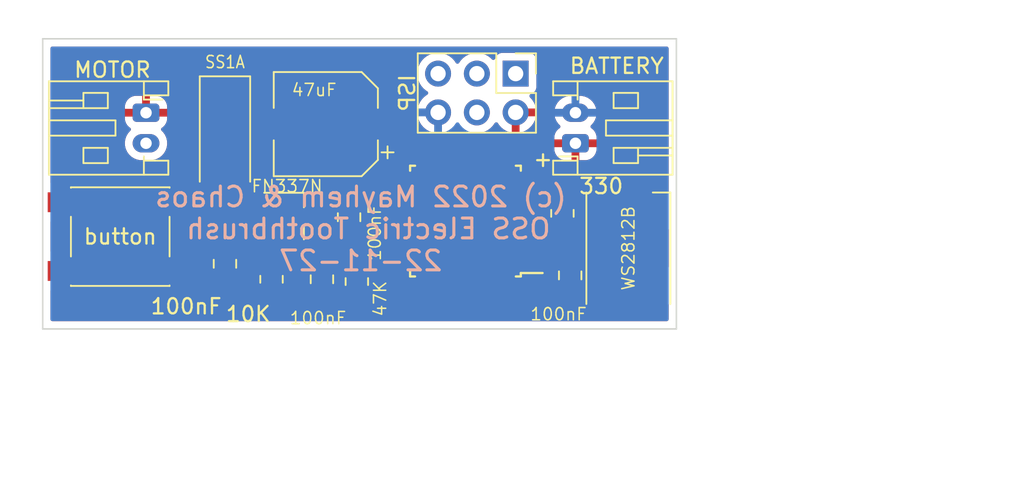
<source format=kicad_pcb>
(kicad_pcb (version 20211014) (generator pcbnew)
  (layers (0 "F.Cu" signal) (31 "B.Cu" signal) (34 "B.Paste" user) (35 "F.Paste" user) (36 "B.SilkS" user "B.Silkscreen") (37 "F.SilkS" user "F.Silkscreen") (38 "B.Mask" user) (39 "F.Mask" user) (44 "Edge.Cuts" user))
  (net 0 "")
  (net 1 "/VCC")
  (net 2 "GND")
  (net 3 "/FAN")
  (net 4 "/LED")
  (net 5 "/RX")
  (net 6 "/TX")
  (net 7 "/MISO")
  (net 8 "/SCK")
  (net 9 "/MOSI")
  (net 10 "/RST")
  (net 11 "/BUTTON")
  (net 13 "Net-(C4-Pad2)")
  (net 15 "Net-(D2-Pad4)")
  (footprint "Connector_JST:JST_PH_S2B-PH-K_1x02_P2.00mm_Horizontal" (layer "F.Cu") (at 34.888 6.842 90)
    (fp_text reference "J4" hide)
    (fp_text value "BATTERY" (at 5.064 2.704 180) (layer "F.SilkS"))
    (fp_line (start 2.3 4.1) (end 2.3 2.5) (layer "F.SilkS") (width 0.12))
    (fp_line (start -0.3 4.1) (end -0.3 6.36) (layer "F.SilkS") (width 0.12))
    (fp_line (start 3.3 4.1) (end 2.3 4.1) (layer "F.SilkS") (width 0.12))
    (fp_line (start 4.06 0.14) (end 3.14 0.14) (layer "F.SilkS") (width 0.12))
    (fp_line (start -0.86 0.14) (end -1.14 0.14) (layer "F.SilkS") (width 0.12))
    (fp_line (start -1.14 -1.46) (end -2.06 -1.46) (layer "F.SilkS") (width 0.12))
    (fp_line (start 3.14 0.14) (end 2.86 0.14) (layer "F.SilkS") (width 0.12))
    (fp_line (start 3.14 -1.46) (end 3.14 0.14) (layer "F.SilkS") (width 0.12))
    (fp_line (start -2.06 -1.46) (end -2.06 6.36) (layer "F.SilkS") (width 0.12))
    (fp_line (start -1.3 4.1) (end -0.3 4.1) (layer "F.SilkS") (width 0.12))
    (fp_line (start -1.3 2.5) (end -1.3 4.1) (layer "F.SilkS") (width 0.12))
    (fp_line (start -0.8 4.1) (end -0.8 6.36) (layer "F.SilkS") (width 0.12))
    (fp_line (start 4.06 -1.46) (end 3.14 -1.46) (layer "F.SilkS") (width 0.12))
    (fp_line (start -0.3 2.5) (end -1.3 2.5) (layer "F.SilkS") (width 0.12))
    (fp_line (start -1.14 0.14) (end -1.14 -1.46) (layer "F.SilkS") (width 0.12))
    (fp_line (start -0.86 0.14) (end -0.86 -1.075) (layer "F.SilkS") (width 0.12))
    (fp_line (start -0.3 4.1) (end -0.3 2.5) (layer "F.SilkS") (width 0.12))
    (fp_line (start 0.5 2) (end 1.5 2) (layer "F.SilkS") (width 0.12))
    (fp_line (start 1.5 2) (end 1.5 6.36) (layer "F.SilkS") (width 0.12))
    (fp_line (start 4.06 6.36) (end 4.06 -1.46) (layer "F.SilkS") (width 0.12))
    (fp_line (start 3.3 2.5) (end 3.3 4.1) (layer "F.SilkS") (width 0.12))
    (fp_line (start -2.06 6.36) (end 4.06 6.36) (layer "F.SilkS") (width 0.12))
    (fp_line (start 2.3 2.5) (end 3.3 2.5) (layer "F.SilkS") (width 0.12))
    (fp_line (start -2.06 0.14) (end -1.14 0.14) (layer "F.SilkS") (width 0.12))
    (fp_line (start 0.5 6.36) (end 0.5 2) (layer "F.SilkS") (width 0.12))
    (pad "1" thru_hole roundrect (at 0 0 90) (size 1.2 1.75) (drill 0.75) (layers *.Cu *.Mask) (roundrect_rratio 0.2083333333) (net 1 "/VCC"))
    (pad "2" thru_hole oval (at 2 0 90) (size 1.2 1.75) (drill 0.75) (layers *.Cu *.Mask) (net 2 "GND"))
  )
  (footprint "LED_SMD:LED_WS2812B_PLCC4_5.0x5.0mm_P3.2mm" (layer "F.Cu") (at 38.354 13.716 90)
    (fp_text reference "D2" hide)
    (fp_text value "WS2812B" (at 0 0 90) (layer "F.SilkS") (effects (font (size 0.8 0.8) (thickness 0.1))))
    (fp_line (start -3.65 2.75) (end 3.65 2.75) (layer "F.SilkS") (width 0.12))
    (fp_line (start -3.65 -2.75) (end 3.65 -2.75) (layer "F.SilkS") (width 0.12))
    (fp_line (start 3.65 2.75) (end 3.65 1.6) (layer "F.SilkS") (width 0.12))
    (pad "1" smd rect locked (at -2.45 -1.6 90) (size 1.5 1) (layers "F.Cu" "F.Paste" "F.Mask") (net 1 "/VCC"))
    (pad "2" smd rect locked (at -2.45 1.6 90) (size 1.5 1) (layers "F.Cu" "F.Paste" "F.Mask"))
    (pad "3" smd rect locked (at 2.45 1.6 90) (size 1.5 1) (layers "F.Cu" "F.Paste" "F.Mask") (net 2 "GND"))
    (pad "4" smd rect locked (at 2.45 -1.6 90) (size 1.5 1) (layers "F.Cu" "F.Paste" "F.Mask") (net 15 "Net-(D2-Pad4)"))
  )
  (footprint "Button_Switch_SMD:SW_Push_1P1T_NO_6x6mm_H9.5mm" (layer "F.Cu") (at 5.08 12.954)
    (fp_text reference "SW1" hide)
    (fp_text value "button" (at 0 0) (layer "F.SilkS"))
    (fp_line (start 3.23 -1.3) (end 3.23 1.3) (layer "F.SilkS") (width 0.12))
    (fp_line (start -3.23 3.23) (end -3.23 3.2) (layer "F.SilkS") (width 0.12))
    (fp_line (start -3.23 -1.3) (end -3.23 1.3) (layer "F.SilkS") (width 0.12))
    (fp_line (start 3.23 -3.23) (end 3.23 -3.2) (layer "F.SilkS") (width 0.12))
    (fp_line (start 3.23 3.23) (end 3.23 3.2) (layer "F.SilkS") (width 0.12))
    (fp_line (start -3.23 3.23) (end 3.23 3.23) (layer "F.SilkS") (width 0.12))
    (fp_line (start -3.23 -3.2) (end -3.23 -3.23) (layer "F.SilkS") (width 0.12))
    (fp_line (start -3.23 -3.23) (end 3.23 -3.23) (layer "F.SilkS") (width 0.12))
    (pad "1" smd rect locked (at -3.975 -2.25) (size 1.55 1.3) (layers "F.Cu" "F.Paste" "F.Mask") (net 11 "/BUTTON"))
    (pad "1" smd rect locked (at 3.975 -2.25) (size 1.55 1.3) (layers "F.Cu" "F.Paste" "F.Mask") (net 11 "/BUTTON"))
    (pad "2" smd rect locked (at 3.975 2.25) (size 1.55 1.3) (layers "F.Cu" "F.Paste" "F.Mask") (net 2 "GND"))
    (pad "2" smd rect locked (at -3.975 2.25) (size 1.55 1.3) (layers "F.Cu" "F.Paste" "F.Mask") (net 2 "GND"))
  )
  (footprint "Diode_SMD:D_SMA_Handsoldering" (layer "F.Cu") (at 11.938 6.858 -90)
    (fp_text reference "D1" hide)
    (fp_text value "SS1A" (at -5.334 0 180) (layer "F.SilkS") (effects (font (size 0.8 0.7) (thickness 0.1))))
    (fp_line (start -4.4 -1.65) (end 2.5 -1.65) (layer "F.SilkS") (width 0.12))
    (fp_line (start -4.4 1.65) (end 2.5 1.65) (layer "F.SilkS") (width 0.12))
    (fp_line (start -4.4 -1.65) (end -4.4 1.65) (layer "F.SilkS") (width 0.12))
    (pad "1" smd rect locked (at -2.5 0 270) (size 3.5 1.8) (layers "F.Cu" "F.Paste" "F.Mask") (net 1 "/VCC"))
    (pad "2" smd rect locked (at 2.5 0 270) (size 3.5 1.8) (layers "F.Cu" "F.Paste" "F.Mask") (net 13 "Net-(C4-Pad2)"))
  )
  (footprint "Package_QFP:TQFP-32_7x7mm_P0.8mm" (layer "F.Cu") (at 27.686 11.938 180)
    (fp_text reference "U1" hide)
    (fp_text value "ATmega328P-A" hide)
    (fp_line (start -3.625 3.625) (end -3.3 3.625) (layer "F.SilkS") (width 0.15))
    (fp_line (start 3.625 -3.625) (end 3.625 -3.3) (layer "F.SilkS") (width 0.15))
    (fp_line (start -3.625 -3.625) (end -3.625 -3.4) (layer "F.SilkS") (width 0.15))
    (fp_line (start 3.625 3.625) (end 3.3 3.625) (layer "F.SilkS") (width 0.15))
    (fp_line (start 3.625 3.625) (end 3.625 3.3) (layer "F.SilkS") (width 0.15))
    (fp_line (start 3.625 -3.625) (end 3.3 -3.625) (layer "F.SilkS") (width 0.15))
    (fp_line (start -3.625 -3.625) (end -3.3 -3.625) (layer "F.SilkS") (width 0.15))
    (fp_line (start -3.625 -3.4) (end -5.05 -3.4) (layer "F.SilkS") (width 0.15))
    (fp_line (start -3.625 3.625) (end -3.625 3.3) (layer "F.SilkS") (width 0.15))
    (pad "1" smd rect (at -4.25 -2.8 180) (size 1.6 0.55) (layers "F.Cu" "F.Paste" "F.Mask") (net 4 "/LED"))
    (pad "2" smd rect (at -4.25 -2 180) (size 1.6 0.55) (layers "F.Cu" "F.Paste" "F.Mask"))
    (pad "3" smd rect (at -4.25 -1.2 180) (size 1.6 0.55) (layers "F.Cu" "F.Paste" "F.Mask") (net 2 "GND"))
    (pad "4" smd rect (at -4.25 -0.4 180) (size 1.6 0.55) (layers "F.Cu" "F.Paste" "F.Mask") (net 1 "/VCC"))
    (pad "5" smd rect (at -4.25 0.4 180) (size 1.6 0.55) (layers "F.Cu" "F.Paste" "F.Mask") (net 2 "GND"))
    (pad "6" smd rect (at -4.25 1.2 180) (size 1.6 0.55) (layers "F.Cu" "F.Paste" "F.Mask") (net 1 "/VCC"))
    (pad "7" smd rect (at -4.25 2 180) (size 1.6 0.55) (layers "F.Cu" "F.Paste" "F.Mask"))
    (pad "8" smd rect (at -4.25 2.8 180) (size 1.6 0.55) (layers "F.Cu" "F.Paste" "F.Mask"))
    (pad "9" smd rect (at -2.8 4.25 270) (size 1.6 0.55) (layers "F.Cu" "F.Paste" "F.Mask"))
    (pad "10" smd rect (at -2 4.25 270) (size 1.6 0.55) (layers "F.Cu" "F.Paste" "F.Mask"))
    (pad "11" smd rect (at -1.2 4.25 270) (size 1.6 0.55) (layers "F.Cu" "F.Paste" "F.Mask"))
    (pad "12" smd rect (at -0.4 4.25 270) (size 1.6 0.55) (layers "F.Cu" "F.Paste" "F.Mask"))
    (pad "13" smd rect (at 0.4 4.25 270) (size 1.6 0.55) (layers "F.Cu" "F.Paste" "F.Mask") (net 3 "/FAN"))
    (pad "14" smd rect (at 1.2 4.25 270) (size 1.6 0.55) (layers "F.Cu" "F.Paste" "F.Mask"))
    (pad "15" smd rect (at 2 4.25 270) (size 1.6 0.55) (layers "F.Cu" "F.Paste" "F.Mask") (net 9 "/MOSI"))
    (pad "16" smd rect (at 2.8 4.25 270) (size 1.6 0.55) (layers "F.Cu" "F.Paste" "F.Mask") (net 7 "/MISO"))
    (pad "17" smd rect (at 4.25 2.8 180) (size 1.6 0.55) (layers "F.Cu" "F.Paste" "F.Mask") (net 8 "/SCK"))
    (pad "18" smd rect (at 4.25 2 180) (size 1.6 0.55) (layers "F.Cu" "F.Paste" "F.Mask") (net 1 "/VCC"))
    (pad "19" smd rect (at 4.25 1.2 180) (size 1.6 0.55) (layers "F.Cu" "F.Paste" "F.Mask"))
    (pad "20" smd rect (at 4.25 0.4 180) (size 1.6 0.55) (layers "F.Cu" "F.Paste" "F.Mask"))
    (pad "21" smd rect (at 4.25 -0.4 180) (size 1.6 0.55) (layers "F.Cu" "F.Paste" "F.Mask") (net 2 "GND"))
    (pad "22" smd rect (at 4.25 -1.2 180) (size 1.6 0.55) (layers "F.Cu" "F.Paste" "F.Mask"))
    (pad "23" smd rect (at 4.25 -2 180) (size 1.6 0.55) (layers "F.Cu" "F.Paste" "F.Mask"))
    (pad "24" smd rect (at 4.25 -2.8 180) (size 1.6 0.55) (layers "F.Cu" "F.Paste" "F.Mask"))
    (pad "25" smd rect (at 2.8 -4.25 270) (size 1.6 0.55) (layers "F.Cu" "F.Paste" "F.Mask"))
    (pad "26" smd rect (at 2 -4.25 270) (size 1.6 0.55) (layers "F.Cu" "F.Paste" "F.Mask"))
    (pad "27" smd rect (at 1.2 -4.25 270) (size 1.6 0.55) (layers "F.Cu" "F.Paste" "F.Mask"))
    (pad "28" smd rect (at 0.4 -4.25 270) (size 1.6 0.55) (layers "F.Cu" "F.Paste" "F.Mask"))
    (pad "29" smd rect (at -0.4 -4.25 270) (size 1.6 0.55) (layers "F.Cu" "F.Paste" "F.Mask") (net 10 "/RST"))
    (pad "30" smd rect (at -1.2 -4.25 270) (size 1.6 0.55) (layers "F.Cu" "F.Paste" "F.Mask") (net 5 "/RX"))
    (pad "31" smd rect (at -2 -4.25 270) (size 1.6 0.55) (layers "F.Cu" "F.Paste" "F.Mask") (net 6 "/TX"))
    (pad "32" smd rect (at -2.8 -4.25 270) (size 1.6 0.55) (layers "F.Cu" "F.Paste" "F.Mask") (net 11 "/BUTTON"))
  )
  (footprint "Capacitor_SMD:CP_Elec_6.3x5.3" (layer "F.Cu") (at 18.542 5.588 180)
    (fp_text reference "C4" hide)
    (fp_text value "47uF" (at 0.762 2.235) (layer "F.SilkS") (effects (font (size 0.8 0.8) (thickness 0.1))))
    (fp_line (start -2.345563 3.41) (end 3.41 3.41) (layer "F.SilkS") (width 0.12))
    (fp_line (start -4.4375 -1.8475) (end -3.65 -1.8475) (layer "F.SilkS") (width 0.12))
    (fp_line (start 3.41 -3.41) (end 3.41 -1.06) (layer "F.SilkS") (width 0.12))
    (fp_line (start 3.41 3.41) (end 3.41 1.06) (layer "F.SilkS") (width 0.12))
    (fp_line (start -4.04375 -2.24125) (end -4.04375 -1.45375) (layer "F.SilkS") (width 0.12))
    (fp_line (start -3.41 -2.345563) (end -3.41 -1.06) (layer "F.SilkS") (width 0.12))
    (fp_line (start -3.41 -2.345563) (end -2.345563 -3.41) (layer "F.SilkS") (width 0.12))
    (fp_line (start -3.41 2.345563) (end -3.41 1.06) (layer "F.SilkS") (width 0.12))
    (fp_line (start -2.345563 -3.41) (end 3.41 -3.41) (layer "F.SilkS") (width 0.12))
    (fp_line (start -3.41 2.345563) (end -2.345563 3.41) (layer "F.SilkS") (width 0.12))
    (pad "1" smd roundrect (at -2.8 0 180) (size 3.5 1.6) (layers "F.Cu" "F.Paste" "F.Mask") (roundrect_rratio 0.15625) (net 1 "/VCC"))
    (pad "2" smd roundrect (at 2.8 0 180) (size 3.5 1.6) (layers "F.Cu" "F.Paste" "F.Mask") (roundrect_rratio 0.15625) (net 13 "Net-(C4-Pad2)"))
  )
  (footprint "Capacitor_SMD:C_0805_2012Metric_Pad1.18x1.45mm_HandSolder" (layer "F.Cu") (at 11.938 14.732 -90)
    (fp_text reference "C3" hide)
    (fp_text value "100nF" (at 2.794 2.54 180) (layer "F.SilkS"))
    (fp_line (start -0.261252 -0.735) (end 0.261252 -0.735) (layer "F.SilkS") (width 0.12))
    (fp_line (start -0.261252 0.735) (end 0.261252 0.735) (layer "F.SilkS") (width 0.12))
    (pad "1" smd roundrect (at -1.0375 0 270) (size 1.175 1.45) (layers "F.Cu" "F.Paste" "F.Mask") (roundrect_rratio 0.2127659574) (net 3 "/FAN"))
    (pad "2" smd roundrect (at 1.0375 0 270) (size 1.175 1.45) (layers "F.Cu" "F.Paste" "F.Mask") (roundrect_rratio 0.2127659574) (net 2 "GND"))
  )
  (footprint "Capacitor_SMD:C_0805_2012Metric_Pad1.18x1.45mm_HandSolder" (layer "F.Cu") (at 20.066 11.684 90)
    (fp_text reference "C5" hide)
    (fp_text value "100nF" (at -1.016 1.68 90) (layer "F.SilkS") (effects (font (size 0.8 0.8) (thickness 0.1))))
    (fp_line (start -0.261252 0.735) (end 0.261252 0.735) (layer "F.SilkS") (width 0.12))
    (fp_line (start -0.261252 -0.735) (end 0.261252 -0.735) (layer "F.SilkS") (width 0.12))
    (pad "1" smd roundrect (at -1.0375 0 90) (size 1.175 1.45) (layers "F.Cu" "F.Paste" "F.Mask") (roundrect_rratio 0.2127659574) (net 1 "/VCC"))
    (pad "2" smd roundrect (at 1.0375 0 90) (size 1.175 1.45) (layers "F.Cu" "F.Paste" "F.Mask") (roundrect_rratio 0.2127659574) (net 2 "GND"))
  )
  (footprint "Resistor_SMD:R_0805_2012Metric" (layer "F.Cu") (at 14.986 15.748 -90)
    (fp_text reference "R2" hide)
    (fp_text value "10K" (at 2.286 1.524 180) (layer "F.SilkS"))
    (fp_line (start -0.227064 0.735) (end 0.227064 0.735) (layer "F.SilkS") (width 0.12))
    (fp_line (start -0.227064 -0.735) (end 0.227064 -0.735) (layer "F.SilkS") (width 0.12))
    (pad "1" smd roundrect (at -0.9125 0 270) (size 1.025 1.4) (layers "F.Cu" "F.Paste" "F.Mask") (roundrect_rratio 0.243902439) (net 3 "/FAN"))
    (pad "2" smd roundrect (at 0.9125 0 270) (size 1.025 1.4) (layers "F.Cu" "F.Paste" "F.Mask") (roundrect_rratio 0.243902439) (net 2 "GND"))
  )
  (footprint "Resistor_SMD:R_0805_2012Metric" (layer "F.Cu") (at 20.574 15.8985 90)
    (fp_text reference "R6" hide)
    (fp_text value "47K" (at -1.1195 1.524 90) (layer "F.SilkS") (effects (font (size 0.8 0.8) (thickness 0.1))))
    (fp_line (start -0.227064 -0.735) (end 0.227064 -0.735) (layer "F.SilkS") (width 0.12))
    (fp_line (start -0.227064 0.735) (end 0.227064 0.735) (layer "F.SilkS") (width 0.12))
    (pad "1" smd roundrect (at -0.9125 0 90) (size 1.025 1.4) (layers "F.Cu" "F.Paste" "F.Mask") (roundrect_rratio 0.243902439) (net 1 "/VCC"))
    (pad "2" smd roundrect (at 0.9125 0 90) (size 1.025 1.4) (layers "F.Cu" "F.Paste" "F.Mask") (roundrect_rratio 0.243902439) (net 10 "/RST"))
  )
  (footprint "Resistor_SMD:R_0805_2012Metric" (layer "F.Cu") (at 34.036 11.43 90)
    (fp_text reference "R5" hide)
    (fp_text value "330" (at 1.778 2.54 180) (layer "F.SilkS"))
    (fp_line (start -0.227064 -0.735) (end 0.227064 -0.735) (layer "F.SilkS") (width 0.12))
    (fp_line (start -0.227064 0.735) (end 0.227064 0.735) (layer "F.SilkS") (width 0.12))
    (pad "1" smd roundrect (at -0.9125 0 90) (size 1.025 1.4) (layers "F.Cu" "F.Paste" "F.Mask") (roundrect_rratio 0.243902439) (net 4 "/LED"))
    (pad "2" smd roundrect (at 0.9125 0 90) (size 1.025 1.4) (layers "F.Cu" "F.Paste" "F.Mask") (roundrect_rratio 0.243902439) (net 15 "Net-(D2-Pad4)"))
  )
  (footprint "Package_TO_SOT_SMD:SuperSOT-3" (layer "F.Cu") (at 16.256 11.684)
    (fp_text reference "Q1" hide)
    (fp_text value "FN337N" (at -0.254 -2.032) (layer "F.SilkS") (effects (font (size 0.8 0.8) (thickness 0.1))))
    (fp_line (start 0.85 0.65) (end 0.85 1.45) (layer "F.SilkS") (width 0.12))
    (fp_line (start -1.75 -1.6) (end 0.85 -1.6) (layer "F.SilkS") (width 0.12))
    (fp_line (start 0.85 -1.6) (end 0.85 -0.65) (layer "F.SilkS") (width 0.12))
    (pad "1" smd rect (at -1.1 -0.95) (size 1.4 1) (layers "F.Cu" "F.Paste" "F.Mask") (net 3 "/FAN"))
    (pad "2" smd rect (at -1.1 0.95) (size 1.4 1) (layers "F.Cu" "F.Paste" "F.Mask") (net 13 "Net-(C4-Pad2)"))
    (pad "3" smd rect (at 1.1 0) (size 1.4 1) (layers "F.Cu" "F.Paste" "F.Mask") (net 2 "GND"))
  )
  (footprint "Connector_PinHeader_2.54mm:PinHeader_2x03_P2.54mm_Vertical" (layer "F.Cu") (at 30.973 2.281 -90)
    (fp_text reference "J2" hide)
    (fp_text value "ISP" (at 1.27 7.097 90) (layer "F.SilkS") (effects (justify mirror)))
    (fp_line (start -1.33 0) (end -1.33 -1.33) (layer "F.SilkS") (width 0.12))
    (fp_line (start -1.33 -1.33) (end 0 -1.33) (layer "F.SilkS") (width 0.12))
    (fp_line (start -1.33 1.27) (end 1.27 1.27) (layer "F.SilkS") (width 0.12))
    (fp_line (start 3.87 -1.33) (end 3.87 6.41) (layer "F.SilkS") (width 0.12))
    (fp_line (start -1.33 6.41) (end 3.87 6.41) (layer "F.SilkS") (width 0.12))
    (fp_line (start 1.27 1.27) (end 1.27 -1.33) (layer "F.SilkS") (width 0.12))
    (fp_line (start 1.27 -1.33) (end 3.87 -1.33) (layer "F.SilkS") (width 0.12))
    (fp_line (start -1.33 1.27) (end -1.33 6.41) (layer "F.SilkS") (width 0.12))
    (pad "1" thru_hole rect (at 0 0 270) (size 1.7 1.7) (drill 1) (layers *.Cu *.Mask) (net 7 "/MISO"))
    (pad "2" thru_hole oval (at 2.54 0 270) (size 1.7 1.7) (drill 1) (layers *.Cu *.Mask) (net 1 "/VCC"))
    (pad "3" thru_hole oval (at 0 2.54 270) (size 1.7 1.7) (drill 1) (layers *.Cu *.Mask) (net 8 "/SCK"))
    (pad "4" thru_hole oval (at 2.54 2.54 270) (size 1.7 1.7) (drill 1) (layers *.Cu *.Mask) (net 9 "/MOSI"))
    (pad "5" thru_hole oval (at 0 5.08 270) (size 1.7 1.7) (drill 1) (layers *.Cu *.Mask) (net 10 "/RST"))
    (pad "6" thru_hole oval (at 2.54 5.08 270) (size 1.7 1.7) (drill 1) (layers *.Cu *.Mask) (net 2 "GND"))
  )
  (footprint "Capacitor_SMD:C_0805_2012Metric_Pad1.18x1.45mm_HandSolder" (layer "F.Cu") (at 18.288 15.748 -90)
    (fp_text reference "C2" hide)
    (fp_text value "100nF" (at 2.54 0.254 180) (layer "F.SilkS") (effects (font (size 0.8 0.8) (thickness 0.1))))
    (fp_line (start -0.261252 -0.735) (end 0.261252 -0.735) (layer "F.SilkS") (width 0.12))
    (fp_line (start -0.261252 0.735) (end 0.261252 0.735) (layer "F.SilkS") (width 0.12))
    (pad "1" smd roundrect (at -1.0375 0 270) (size 1.175 1.45) (layers "F.Cu" "F.Paste" "F.Mask") (roundrect_rratio 0.2127659574) (net 1 "/VCC"))
    (pad "2" smd roundrect (at 1.0375 0 270) (size 1.175 1.45) (layers "F.Cu" "F.Paste" "F.Mask") (roundrect_rratio 0.2127659574) (net 2 "GND"))
  )
  (footprint "Connector_JST:JST_PH_S2B-PH-K_1x02_P2.00mm_Horizontal" (layer "F.Cu") (at 6.768 4.842 -90)
    (fp_text reference "J3" hide)
    (fp_text value "MOTOR" (at -2.81 2.196) (layer "F.SilkS"))
    (fp_line (start 0.5 6.36) (end 0.5 2) (layer "F.SilkS") (width 0.12))
    (fp_line (start 2.3 4.1) (end 2.3 2.5) (layer "F.SilkS") (width 0.12))
    (fp_line (start -2.06 6.36) (end 4.06 6.36) (layer "F.SilkS") (width 0.12))
    (fp_line (start -1.14 -1.46) (end -2.06 -1.46) (layer "F.SilkS") (width 0.12))
    (fp_line (start 3.14 0.14) (end 2.86 0.14) (layer "F.SilkS") (width 0.12))
    (fp_line (start 4.06 6.36) (end 4.06 -1.46) (layer "F.SilkS") (width 0.12))
    (fp_line (start -0.8 4.1) (end -0.8 6.36) (layer "F.SilkS") (width 0.12))
    (fp_line (start 2.3 2.5) (end 3.3 2.5) (layer "F.SilkS") (width 0.12))
    (fp_line (start 3.14 -1.46) (end 3.14 0.14) (layer "F.SilkS") (width 0.12))
    (fp_line (start -1.3 2.5) (end -1.3 4.1) (layer "F.SilkS") (width 0.12))
    (fp_line (start 3.3 4.1) (end 2.3 4.1) (layer "F.SilkS") (width 0.12))
    (fp_line (start 0.5 2) (end 1.5 2) (layer "F.SilkS") (width 0.12))
    (fp_line (start 1.5 2) (end 1.5 6.36) (layer "F.SilkS") (width 0.12))
    (fp_line (start 4.06 0.14) (end 3.14 0.14) (layer "F.SilkS") (width 0.12))
    (fp_line (start -1.14 0.14) (end -1.14 -1.46) (layer "F.SilkS") (width 0.12))
    (fp_line (start -2.06 0.14) (end -1.14 0.14) (layer "F.SilkS") (width 0.12))
    (fp_line (start -1.3 4.1) (end -0.3 4.1) (layer "F.SilkS") (width 0.12))
    (fp_line (start 3.3 2.5) (end 3.3 4.1) (layer "F.SilkS") (width 0.12))
    (fp_line (start -0.3 2.5) (end -1.3 2.5) (layer "F.SilkS") (width 0.12))
    (fp_line (start -0.86 0.14) (end -1.14 0.14) (layer "F.SilkS") (width 0.12))
    (fp_line (start -0.86 0.14) (end -0.86 -1.075) (layer "F.SilkS") (width 0.12))
    (fp_line (start 4.06 -1.46) (end 3.14 -1.46) (layer "F.SilkS") (width 0.12))
    (fp_line (start -0.3 4.1) (end -0.3 2.5) (layer "F.SilkS") (width 0.12))
    (fp_line (start -2.06 -1.46) (end -2.06 6.36) (layer "F.SilkS") (width 0.12))
    (fp_line (start -0.3 4.1) (end -0.3 6.36) (layer "F.SilkS") (width 0.12))
    (pad "1" thru_hole roundrect (at 0 0 270) (size 1.2 1.75) (drill 0.75) (layers *.Cu *.Mask) (roundrect_rratio 0.2083333333) (net 1 "/VCC"))
    (pad "2" thru_hole oval (at 2 0 270) (size 1.2 1.75) (drill 0.75) (layers *.Cu *.Mask) (net 13 "Net-(C4-Pad2)"))
  )
  (footprint "Capacitor_SMD:C_0805_2012Metric_Pad1.18x1.45mm_HandSolder" (layer "F.Cu") (at 34.544 15.494 90)
    (fp_text reference "C1" hide)
    (fp_text value "100nF" (at -2.54 -0.762) (layer "F.SilkS") (effects (font (size 0.8 0.8) (thickness 0.1))))
    (fp_line (start -0.261252 0.735) (end 0.261252 0.735) (layer "F.SilkS") (width 0.12))
    (fp_line (start -0.261252 -0.735) (end 0.261252 -0.735) (layer "F.SilkS") (width 0.12))
    (pad "1" smd roundrect (at -1.0375 0 90) (size 1.175 1.45) (layers "F.Cu" "F.Paste" "F.Mask") (roundrect_rratio 0.2127659574) (net 1 "/VCC"))
    (pad "2" smd roundrect (at 1.0375 0 90) (size 1.175 1.45) (layers "F.Cu" "F.Paste" "F.Mask") (roundrect_rratio 0.2127659574) (net 2 "GND"))
  )
  (gr_line (start 0 0) (end 0 19) (layer "Edge.Cuts") (width 0.1))
  (gr_line (start 41.5 0) (end 41.5 19) (layer "Edge.Cuts") (width 0.1))
  (gr_line (start 0 19) (end 41.5 19) (layer "Edge.Cuts") (width 0.1))
  (gr_line (start 0 0) (end 41.5 0) (layer "Edge.Cuts") (width 0.1))
  (gr_text "(c) 2022 Mayhem & Chaos\nOSS Electric Toothbrush \n22-11-27" (at 20.828 12.446) (layer "B.SilkS") (effects (font (size 1.3 1.3) (thickness 0.2)) (justify mirror)))
  (gr_text "+" (at 32.766 7.874) (layer "F.SilkS") (effects (font (size 1 1)) (justify mirror)))
  (zone (net 1) (net_name "/VCC") (layer "F.Cu") (connect_pads (clearance 0.508)) (min_thickness 0.254) (fill yes (thermal_gap 0.508) (thermal_bridge_width 0.508))
    (polygon (pts (xy 63.754 28.448) (xy -2.286 28.448) (xy -2.286 -2.032) (xy 63.754 -2.032)))
  )
  (zone (net 2) (net_name "GND") (layer "B.Cu") (connect_pads (clearance 0.508)) (min_thickness 0.254) (fill yes (thermal_gap 0.508) (thermal_bridge_width 0.508))
    (polygon (pts (xy 64.262 28.956) (xy -2.794 28.956) (xy -2.794 -2.54) (xy 64.262 -2.54)))
  )
)
</source>
